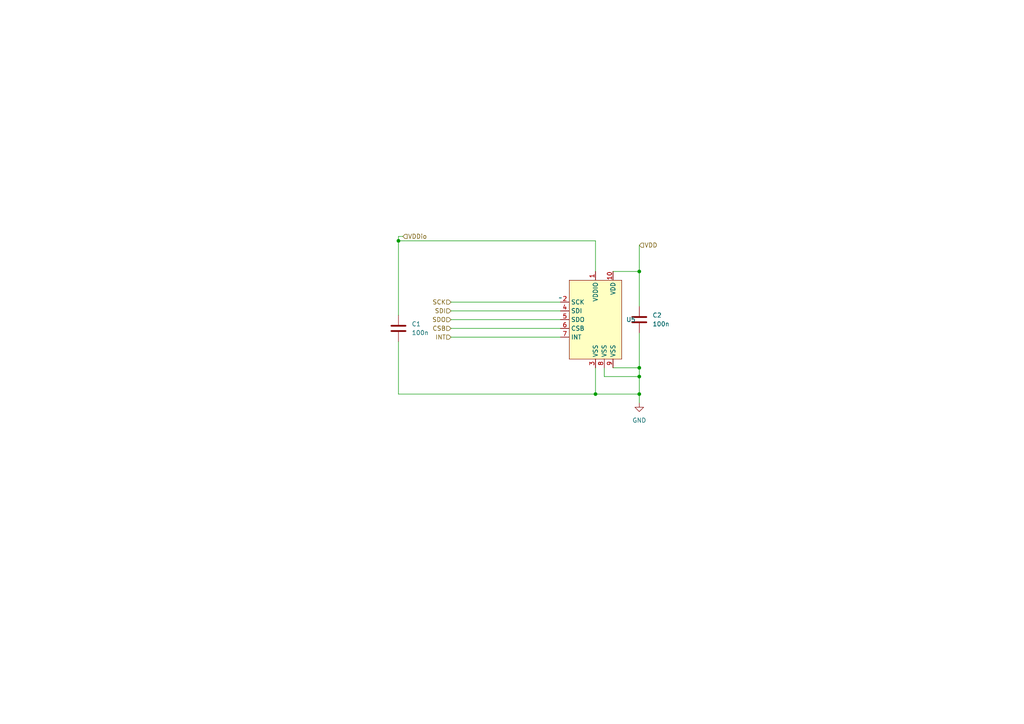
<source format=kicad_sch>
(kicad_sch (version 20230121) (generator eeschema)

  (uuid 758aa608-77cb-4491-9066-c82a7c8d968b)

  (paper "A4")

  (lib_symbols
    (symbol "Device:C" (pin_numbers hide) (pin_names (offset 0.254)) (in_bom yes) (on_board yes)
      (property "Reference" "C" (at 0.635 2.54 0)
        (effects (font (size 1.27 1.27)) (justify left))
      )
      (property "Value" "C" (at 0.635 -2.54 0)
        (effects (font (size 1.27 1.27)) (justify left))
      )
      (property "Footprint" "" (at 0.9652 -3.81 0)
        (effects (font (size 1.27 1.27)) hide)
      )
      (property "Datasheet" "~" (at 0 0 0)
        (effects (font (size 1.27 1.27)) hide)
      )
      (property "ki_keywords" "cap capacitor" (at 0 0 0)
        (effects (font (size 1.27 1.27)) hide)
      )
      (property "ki_description" "Unpolarized capacitor" (at 0 0 0)
        (effects (font (size 1.27 1.27)) hide)
      )
      (property "ki_fp_filters" "C_*" (at 0 0 0)
        (effects (font (size 1.27 1.27)) hide)
      )
      (symbol "C_0_1"
        (polyline
          (pts
            (xy -2.032 -0.762)
            (xy 2.032 -0.762)
          )
          (stroke (width 0.508) (type default))
          (fill (type none))
        )
        (polyline
          (pts
            (xy -2.032 0.762)
            (xy 2.032 0.762)
          )
          (stroke (width 0.508) (type default))
          (fill (type none))
        )
      )
      (symbol "C_1_1"
        (pin passive line (at 0 3.81 270) (length 2.794)
          (name "~" (effects (font (size 1.27 1.27))))
          (number "1" (effects (font (size 1.27 1.27))))
        )
        (pin passive line (at 0 -3.81 90) (length 2.794)
          (name "~" (effects (font (size 1.27 1.27))))
          (number "2" (effects (font (size 1.27 1.27))))
        )
      )
    )
    (symbol "Project:BMP390" (in_bom yes) (on_board yes)
      (property "Reference" "U" (at 0 15.24 0)
        (effects (font (size 1.27 1.27)))
      )
      (property "Value" "" (at -12.7 6.35 0)
        (effects (font (size 1.27 1.27)))
      )
      (property "Footprint" "Project:LGA10_BMP390_BOS" (at 0 -26.67 0)
        (effects (font (size 1.27 1.27)) hide)
      )
      (property "Datasheet" "" (at -12.7 6.35 0)
        (effects (font (size 1.27 1.27)) hide)
      )
      (symbol "BMP390_1_1"
        (rectangle (start -10.16 11.43) (end 5.08 -11.43)
          (stroke (width 0) (type default))
          (fill (type background))
        )
        (pin power_in line (at -2.54 13.97 270) (length 2.54)
          (name "VDDIO" (effects (font (size 1.27 1.27))))
          (number "1" (effects (font (size 1.27 1.27))))
        )
        (pin power_in line (at 2.54 13.97 270) (length 2.54)
          (name "VDD" (effects (font (size 1.27 1.27))))
          (number "10" (effects (font (size 1.27 1.27))))
        )
        (pin input line (at -12.7 5.08 0) (length 2.54)
          (name "SCK" (effects (font (size 1.27 1.27))))
          (number "2" (effects (font (size 1.27 1.27))))
        )
        (pin power_in line (at -2.54 -13.97 90) (length 2.54)
          (name "VSS" (effects (font (size 1.27 1.27))))
          (number "3" (effects (font (size 1.27 1.27))))
        )
        (pin input line (at -12.7 2.54 0) (length 2.54)
          (name "SDI" (effects (font (size 1.27 1.27))))
          (number "4" (effects (font (size 1.27 1.27))))
        )
        (pin output line (at -12.7 0 0) (length 2.54)
          (name "SDO" (effects (font (size 1.27 1.27))))
          (number "5" (effects (font (size 1.27 1.27))))
        )
        (pin input line (at -12.7 -2.54 0) (length 2.54)
          (name "CSB" (effects (font (size 1.27 1.27))))
          (number "6" (effects (font (size 1.27 1.27))))
        )
        (pin output line (at -12.7 -5.08 0) (length 2.54)
          (name "INT" (effects (font (size 1.27 1.27))))
          (number "7" (effects (font (size 1.27 1.27))))
        )
        (pin power_in line (at 0 -13.97 90) (length 2.54)
          (name "VSS" (effects (font (size 1.27 1.27))))
          (number "8" (effects (font (size 1.27 1.27))))
        )
        (pin power_in line (at 2.54 -13.97 90) (length 2.54)
          (name "VSS" (effects (font (size 1.27 1.27))))
          (number "9" (effects (font (size 1.27 1.27))))
        )
      )
    )
    (symbol "power:GND" (power) (pin_names (offset 0)) (in_bom yes) (on_board yes)
      (property "Reference" "#PWR" (at 0 -6.35 0)
        (effects (font (size 1.27 1.27)) hide)
      )
      (property "Value" "GND" (at 0 -3.81 0)
        (effects (font (size 1.27 1.27)))
      )
      (property "Footprint" "" (at 0 0 0)
        (effects (font (size 1.27 1.27)) hide)
      )
      (property "Datasheet" "" (at 0 0 0)
        (effects (font (size 1.27 1.27)) hide)
      )
      (property "ki_keywords" "global power" (at 0 0 0)
        (effects (font (size 1.27 1.27)) hide)
      )
      (property "ki_description" "Power symbol creates a global label with name \"GND\" , ground" (at 0 0 0)
        (effects (font (size 1.27 1.27)) hide)
      )
      (symbol "GND_0_1"
        (polyline
          (pts
            (xy 0 0)
            (xy 0 -1.27)
            (xy 1.27 -1.27)
            (xy 0 -2.54)
            (xy -1.27 -1.27)
            (xy 0 -1.27)
          )
          (stroke (width 0) (type default))
          (fill (type none))
        )
      )
      (symbol "GND_1_1"
        (pin power_in line (at 0 0 270) (length 0) hide
          (name "GND" (effects (font (size 1.27 1.27))))
          (number "1" (effects (font (size 1.27 1.27))))
        )
      )
    )
  )

  (junction (at 185.42 78.74) (diameter 0) (color 0 0 0 0)
    (uuid 2c91264d-75f7-4937-9c4e-a3832a519b93)
  )
  (junction (at 172.72 114.3) (diameter 0) (color 0 0 0 0)
    (uuid 3a741dcf-a8c8-4dcb-a52f-3fa5060d03fb)
  )
  (junction (at 185.42 109.22) (diameter 0) (color 0 0 0 0)
    (uuid 51fb057d-04fa-4d1b-bd27-9d51aa3d524a)
  )
  (junction (at 185.42 114.3) (diameter 0) (color 0 0 0 0)
    (uuid 79eb6653-38bb-4256-b651-8c67ee9eb716)
  )
  (junction (at 115.57 69.85) (diameter 0) (color 0 0 0 0)
    (uuid 80fa7354-9983-4ea0-94f9-5307b2f54bfa)
  )
  (junction (at 185.42 106.68) (diameter 0) (color 0 0 0 0)
    (uuid c4d5a2f0-d467-4db1-af6f-b82bda777cf5)
  )

  (wire (pts (xy 177.8 106.68) (xy 185.42 106.68))
    (stroke (width 0) (type default))
    (uuid 01fe016a-ad0f-4977-9234-f421e1bbbe60)
  )
  (wire (pts (xy 115.57 69.85) (xy 172.72 69.85))
    (stroke (width 0) (type default))
    (uuid 0493f554-b098-41ea-850e-83057f10c87b)
  )
  (wire (pts (xy 130.81 87.63) (xy 162.56 87.63))
    (stroke (width 0) (type default))
    (uuid 12e23ce4-0c56-402e-b6df-81779d1bd7f1)
  )
  (wire (pts (xy 185.42 78.74) (xy 177.8 78.74))
    (stroke (width 0) (type default))
    (uuid 1f4e9476-5f75-4551-81ac-182e0784012c)
  )
  (wire (pts (xy 175.26 109.22) (xy 185.42 109.22))
    (stroke (width 0) (type default))
    (uuid 2425843f-b85b-495e-a74c-ff18a0c42d8a)
  )
  (wire (pts (xy 115.57 68.58) (xy 115.57 69.85))
    (stroke (width 0) (type default))
    (uuid 345aedad-43f7-411c-90cd-9b11e28d4cb3)
  )
  (wire (pts (xy 115.57 99.06) (xy 115.57 114.3))
    (stroke (width 0) (type default))
    (uuid 3e2f0e83-b940-4f73-b265-d3d73396575c)
  )
  (wire (pts (xy 185.42 109.22) (xy 185.42 106.68))
    (stroke (width 0) (type default))
    (uuid 4267ba32-95e2-4e30-a49a-bf6ffd72f2fd)
  )
  (wire (pts (xy 185.42 109.22) (xy 185.42 114.3))
    (stroke (width 0) (type default))
    (uuid 44f58ace-c709-4c7f-81d8-b0728fac3671)
  )
  (wire (pts (xy 172.72 69.85) (xy 172.72 78.74))
    (stroke (width 0) (type default))
    (uuid 4ae35567-c2f8-4234-85b8-3fcfdac74dfc)
  )
  (wire (pts (xy 130.81 97.79) (xy 162.56 97.79))
    (stroke (width 0) (type default))
    (uuid 5d1413fa-f4b1-400d-9bd0-f9c23f286cf2)
  )
  (wire (pts (xy 115.57 114.3) (xy 172.72 114.3))
    (stroke (width 0) (type default))
    (uuid 611856b8-7ef2-4674-94fc-5934483b66a1)
  )
  (wire (pts (xy 175.26 106.68) (xy 175.26 109.22))
    (stroke (width 0) (type default))
    (uuid 69733a9f-894d-465b-a15a-64ec8903086f)
  )
  (wire (pts (xy 130.81 95.25) (xy 162.56 95.25))
    (stroke (width 0) (type default))
    (uuid 8031aeed-8f00-4382-9573-a1f87893f148)
  )
  (wire (pts (xy 185.42 114.3) (xy 172.72 114.3))
    (stroke (width 0) (type default))
    (uuid 81aa808b-36ef-459e-8ad6-ee617e348d45)
  )
  (wire (pts (xy 115.57 69.85) (xy 115.57 91.44))
    (stroke (width 0) (type default))
    (uuid 89ad93db-b5f2-444e-bec8-c3e36fbefdd0)
  )
  (wire (pts (xy 130.81 90.17) (xy 162.56 90.17))
    (stroke (width 0) (type default))
    (uuid 8eaf2c73-7eb1-4914-9ba0-d403fbdbe6da)
  )
  (wire (pts (xy 172.72 114.3) (xy 172.72 106.68))
    (stroke (width 0) (type default))
    (uuid 90df1846-4f48-4d22-be9d-0e9acd9335cd)
  )
  (wire (pts (xy 185.42 106.68) (xy 185.42 96.52))
    (stroke (width 0) (type default))
    (uuid ae21af25-2982-4a36-a4ce-0edd49ba3b41)
  )
  (wire (pts (xy 116.84 68.58) (xy 115.57 68.58))
    (stroke (width 0) (type default))
    (uuid caf281bc-4a2c-4600-b607-8e78cd8f1012)
  )
  (wire (pts (xy 185.42 88.9) (xy 185.42 78.74))
    (stroke (width 0) (type default))
    (uuid db21fbb9-88b8-4274-b3e7-ef27d20111dd)
  )
  (wire (pts (xy 185.42 71.12) (xy 185.42 78.74))
    (stroke (width 0) (type default))
    (uuid eafef781-3f7f-46f0-a00a-a1d7dc476b0c)
  )
  (wire (pts (xy 130.81 92.71) (xy 162.56 92.71))
    (stroke (width 0) (type default))
    (uuid f8bc7643-4331-42ce-9cd1-d67b5302d634)
  )
  (wire (pts (xy 185.42 116.84) (xy 185.42 114.3))
    (stroke (width 0) (type default))
    (uuid fc6be42a-4545-4c64-8959-1733191fb556)
  )

  (hierarchical_label "VDD" (shape input) (at 185.42 71.12 0) (fields_autoplaced)
    (effects (font (size 1.27 1.27)) (justify left))
    (uuid 011dbce1-2e32-4d94-86b6-093bc277f0d9)
  )
  (hierarchical_label "SCK" (shape input) (at 130.81 87.63 180) (fields_autoplaced)
    (effects (font (size 1.27 1.27)) (justify right))
    (uuid 1868351b-9bbc-44b5-8313-189f414108f1)
  )
  (hierarchical_label "SDI" (shape input) (at 130.81 90.17 180) (fields_autoplaced)
    (effects (font (size 1.27 1.27)) (justify right))
    (uuid 4af7c933-9a0d-4e2f-9a36-f525d45cb2a0)
  )
  (hierarchical_label "CSB" (shape input) (at 130.81 95.25 180) (fields_autoplaced)
    (effects (font (size 1.27 1.27)) (justify right))
    (uuid 5f95840b-2f23-40fb-baac-53e3a50b339c)
  )
  (hierarchical_label "VDDio" (shape input) (at 116.84 68.58 0) (fields_autoplaced)
    (effects (font (size 1.27 1.27)) (justify left))
    (uuid 9b91f64a-52f1-44fd-8e53-907cee873097)
  )
  (hierarchical_label "INT" (shape input) (at 130.81 97.79 180) (fields_autoplaced)
    (effects (font (size 1.27 1.27)) (justify right))
    (uuid ac719d31-a2ad-4150-8c94-5b3f7975cff5)
  )
  (hierarchical_label "SDO" (shape input) (at 130.81 92.71 180) (fields_autoplaced)
    (effects (font (size 1.27 1.27)) (justify right))
    (uuid e53fcd8f-bcec-4c64-a05a-cd876064fba3)
  )

  (symbol (lib_id "Device:C") (at 115.57 95.25 0) (unit 1)
    (in_bom yes) (on_board yes) (dnp no) (fields_autoplaced)
    (uuid 3b145510-dabd-4521-8317-cea041b483d0)
    (property "Reference" "C1" (at 119.38 93.98 0)
      (effects (font (size 1.27 1.27)) (justify left))
    )
    (property "Value" "100n" (at 119.38 96.52 0)
      (effects (font (size 1.27 1.27)) (justify left))
    )
    (property "Footprint" "" (at 116.5352 99.06 0)
      (effects (font (size 1.27 1.27)) hide)
    )
    (property "Datasheet" "~" (at 115.57 95.25 0)
      (effects (font (size 1.27 1.27)) hide)
    )
    (pin "1" (uuid b72d257f-ba8b-475b-9041-a1862f537b77))
    (pin "2" (uuid 407ace51-3170-4ce7-a516-2f3bb589c0f7))
    (instances
      (project "Flight_Board"
        (path "/e8eb85d5-f1ff-4500-895d-25b9ff5f6d36/438715e3-b069-4320-9581-dc19d9c2cf0e"
          (reference "C1") (unit 1)
        )
      )
    )
  )

  (symbol (lib_id "Device:C") (at 185.42 92.71 0) (unit 1)
    (in_bom yes) (on_board yes) (dnp no) (fields_autoplaced)
    (uuid 99434399-af20-4432-85f1-b9e1e1118f63)
    (property "Reference" "C2" (at 189.23 91.44 0)
      (effects (font (size 1.27 1.27)) (justify left))
    )
    (property "Value" "100n" (at 189.23 93.98 0)
      (effects (font (size 1.27 1.27)) (justify left))
    )
    (property "Footprint" "" (at 186.3852 96.52 0)
      (effects (font (size 1.27 1.27)) hide)
    )
    (property "Datasheet" "~" (at 185.42 92.71 0)
      (effects (font (size 1.27 1.27)) hide)
    )
    (pin "1" (uuid c85a70e3-ca53-40cb-8bb2-3234836c4658))
    (pin "2" (uuid 67683706-d453-4d3c-8d4c-ef6467d96b3e))
    (instances
      (project "Flight_Board"
        (path "/e8eb85d5-f1ff-4500-895d-25b9ff5f6d36/438715e3-b069-4320-9581-dc19d9c2cf0e"
          (reference "C2") (unit 1)
        )
      )
    )
  )

  (symbol (lib_id "Project:BMP390") (at 175.26 92.71 0) (unit 1)
    (in_bom yes) (on_board yes) (dnp no) (fields_autoplaced)
    (uuid cfbc7859-7dab-4125-9438-1e5757dc2f23)
    (property "Reference" "U5" (at 181.61 92.71 0)
      (effects (font (size 1.27 1.27)) (justify left))
    )
    (property "Value" "~" (at 162.56 86.36 0)
      (effects (font (size 1.27 1.27)))
    )
    (property "Footprint" "Project:LGA10_BMP390_BOS" (at 175.26 119.38 0)
      (effects (font (size 1.27 1.27)) hide)
    )
    (property "Datasheet" "" (at 162.56 86.36 0)
      (effects (font (size 1.27 1.27)) hide)
    )
    (pin "1" (uuid 28d9065b-fd43-40f7-91ee-79eea01cb15f))
    (pin "10" (uuid 11be317a-c998-46b8-9b0a-ab9d22e33255))
    (pin "2" (uuid 6affe3eb-7b7f-463f-b292-23fcd8bab3a0))
    (pin "3" (uuid 985024a0-476d-46fd-ae6d-ecb0be2f4ae8))
    (pin "4" (uuid ceed0145-b492-4b5e-a3c3-1288d9c0dabd))
    (pin "5" (uuid b3f7f44d-cd25-4b9e-b005-29d718a5cc96))
    (pin "6" (uuid 9fad5a34-46a8-4fff-9607-b1b37807d09e))
    (pin "7" (uuid 8c4761c4-03fb-4e42-ad33-3e6e3572fcba))
    (pin "8" (uuid 578d146f-5a72-4cb5-a631-39c7acaafd70))
    (pin "9" (uuid aab4335d-0e3e-47ee-93b1-66408214729f))
    (instances
      (project "Flight_Board"
        (path "/e8eb85d5-f1ff-4500-895d-25b9ff5f6d36/438715e3-b069-4320-9581-dc19d9c2cf0e"
          (reference "U5") (unit 1)
        )
      )
    )
  )

  (symbol (lib_id "power:GND") (at 185.42 116.84 0) (unit 1)
    (in_bom yes) (on_board yes) (dnp no) (fields_autoplaced)
    (uuid d105cf48-1593-4ea9-af4b-b66866be48aa)
    (property "Reference" "#PWR016" (at 185.42 123.19 0)
      (effects (font (size 1.27 1.27)) hide)
    )
    (property "Value" "GND" (at 185.42 121.92 0)
      (effects (font (size 1.27 1.27)))
    )
    (property "Footprint" "" (at 185.42 116.84 0)
      (effects (font (size 1.27 1.27)) hide)
    )
    (property "Datasheet" "" (at 185.42 116.84 0)
      (effects (font (size 1.27 1.27)) hide)
    )
    (pin "1" (uuid b6aaf05e-2205-44cc-9c05-a7f298cc4cec))
    (instances
      (project "Flight_Board"
        (path "/e8eb85d5-f1ff-4500-895d-25b9ff5f6d36/438715e3-b069-4320-9581-dc19d9c2cf0e"
          (reference "#PWR016") (unit 1)
        )
      )
    )
  )
)

</source>
